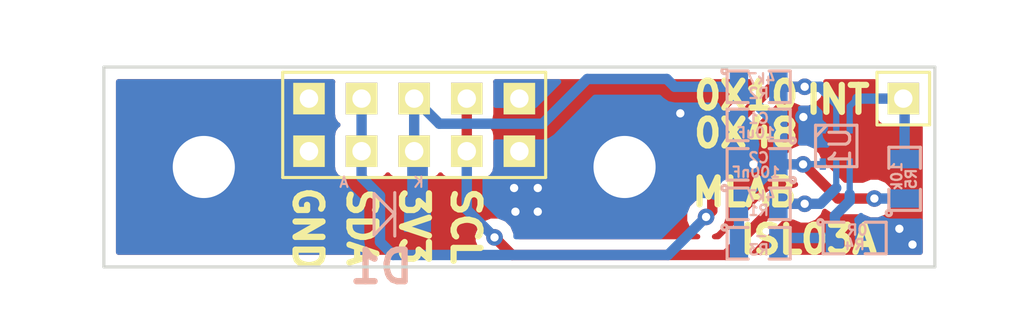
<source format=kicad_pcb>
(kicad_pcb (version 4) (host pcbnew 4.0.1-stable)

  (general
    (links 29)
    (no_connects 0)
    (area 0.178999 -9.981001 40.461001 -0.178999)
    (thickness 1.6)
    (drawings 13)
    (tracks 97)
    (zones 0)
    (modules 13)
    (nets 7)
  )

  (page A4)
  (layers
    (0 F.Cu signal)
    (31 B.Cu signal)
    (32 B.Adhes user)
    (33 F.Adhes user)
    (34 B.Paste user)
    (35 F.Paste user)
    (36 B.SilkS user)
    (37 F.SilkS user)
    (38 B.Mask user)
    (39 F.Mask user)
    (40 Dwgs.User user)
    (41 Cmts.User user)
    (42 Eco1.User user)
    (43 Eco2.User user)
    (44 Edge.Cuts user)
    (45 Margin user)
    (46 B.CrtYd user)
    (47 F.CrtYd user)
    (48 B.Fab user)
    (49 F.Fab user)
  )

  (setup
    (last_trace_width 0.5)
    (user_trace_width 0.2)
    (user_trace_width 0.3)
    (user_trace_width 0.4)
    (user_trace_width 0.5)
    (user_trace_width 1)
    (trace_clearance 0.2)
    (zone_clearance 0.508)
    (zone_45_only no)
    (trace_min 0.2)
    (segment_width 0.2)
    (edge_width 0.15)
    (via_size 0.8)
    (via_drill 0.4)
    (via_min_size 0.8)
    (via_min_drill 0.4)
    (uvia_size 0.3)
    (uvia_drill 0.1)
    (uvias_allowed no)
    (uvia_min_size 0.2)
    (uvia_min_drill 0.1)
    (pcb_text_width 0.3)
    (pcb_text_size 1.5 1.5)
    (mod_edge_width 0.15)
    (mod_text_size 1 1)
    (mod_text_width 0.15)
    (pad_size 6 6)
    (pad_drill 3)
    (pad_to_mask_clearance 0.2)
    (aux_axis_origin 0 0)
    (visible_elements 7FFFFF7F)
    (pcbplotparams
      (layerselection 0x00030_80000001)
      (usegerberextensions false)
      (excludeedgelayer true)
      (linewidth 0.500000)
      (plotframeref false)
      (viasonmask false)
      (mode 1)
      (useauxorigin false)
      (hpglpennumber 1)
      (hpglpenspeed 20)
      (hpglpendiameter 15)
      (hpglpenoverlay 2)
      (psnegative false)
      (psa4output false)
      (plotreference true)
      (plotvalue true)
      (plotinvisibletext false)
      (padsonsilk false)
      (subtractmaskfromsilk false)
      (outputformat 1)
      (mirror false)
      (drillshape 1)
      (scaleselection 1)
      (outputdirectory ""))
  )

  (net 0 "")
  (net 1 +3V3)
  (net 2 GND)
  (net 3 /SDA)
  (net 4 /SCL)
  (net 5 "Net-(R3-Pad2)")
  (net 6 /INT)

  (net_class Default "Toto je výchozí třída sítě."
    (clearance 0.2)
    (trace_width 0.25)
    (via_dia 0.8)
    (via_drill 0.4)
    (uvia_dia 0.3)
    (uvia_drill 0.1)
    (add_net +3V3)
    (add_net /INT)
    (add_net /SCL)
    (add_net /SDA)
    (add_net GND)
    (add_net "Net-(R3-Pad2)")
  )

  (module Mlab_R:SMD-0805 (layer B.Cu) (tedit 54799E0C) (tstamp 57349070)
    (at 31.877 -7.112 180)
    (path /573488E5)
    (attr smd)
    (fp_text reference C1 (at 0 0.3175 180) (layer B.SilkS)
      (effects (font (size 0.50038 0.50038) (thickness 0.10922)) (justify mirror))
    )
    (fp_text value 10uF (at 0.127 -0.381 180) (layer B.SilkS)
      (effects (font (size 0.50038 0.50038) (thickness 0.10922)) (justify mirror))
    )
    (fp_circle (center -1.651 -0.762) (end -1.651 -0.635) (layer B.SilkS) (width 0.15))
    (fp_line (start -0.508 -0.762) (end -1.524 -0.762) (layer B.SilkS) (width 0.15))
    (fp_line (start -1.524 -0.762) (end -1.524 0.762) (layer B.SilkS) (width 0.15))
    (fp_line (start -1.524 0.762) (end -0.508 0.762) (layer B.SilkS) (width 0.15))
    (fp_line (start 0.508 0.762) (end 1.524 0.762) (layer B.SilkS) (width 0.15))
    (fp_line (start 1.524 0.762) (end 1.524 -0.762) (layer B.SilkS) (width 0.15))
    (fp_line (start 1.524 -0.762) (end 0.508 -0.762) (layer B.SilkS) (width 0.15))
    (pad 1 smd rect (at -0.9525 0 180) (size 0.889 1.397) (layers B.Cu B.Paste B.Mask)
      (net 1 +3V3))
    (pad 2 smd rect (at 0.9525 0 180) (size 0.889 1.397) (layers B.Cu B.Paste B.Mask)
      (net 2 GND))
    (model MLAB_3D/Resistors/chip_cms.wrl
      (at (xyz 0 0 0))
      (scale (xyz 0.1 0.1 0.1))
      (rotate (xyz 0 0 0))
    )
  )

  (module Mlab_R:SMD-0805 (layer B.Cu) (tedit 54799E0C) (tstamp 5734907D)
    (at 31.877 -5.207 180)
    (path /57348896)
    (attr smd)
    (fp_text reference C2 (at 0 0.3175 180) (layer B.SilkS)
      (effects (font (size 0.50038 0.50038) (thickness 0.10922)) (justify mirror))
    )
    (fp_text value 100nF (at 0.127 -0.381 180) (layer B.SilkS)
      (effects (font (size 0.50038 0.50038) (thickness 0.10922)) (justify mirror))
    )
    (fp_circle (center -1.651 -0.762) (end -1.651 -0.635) (layer B.SilkS) (width 0.15))
    (fp_line (start -0.508 -0.762) (end -1.524 -0.762) (layer B.SilkS) (width 0.15))
    (fp_line (start -1.524 -0.762) (end -1.524 0.762) (layer B.SilkS) (width 0.15))
    (fp_line (start -1.524 0.762) (end -0.508 0.762) (layer B.SilkS) (width 0.15))
    (fp_line (start 0.508 0.762) (end 1.524 0.762) (layer B.SilkS) (width 0.15))
    (fp_line (start 1.524 0.762) (end 1.524 -0.762) (layer B.SilkS) (width 0.15))
    (fp_line (start 1.524 -0.762) (end 0.508 -0.762) (layer B.SilkS) (width 0.15))
    (pad 1 smd rect (at -0.9525 0 180) (size 0.889 1.397) (layers B.Cu B.Paste B.Mask)
      (net 1 +3V3))
    (pad 2 smd rect (at 0.9525 0 180) (size 0.889 1.397) (layers B.Cu B.Paste B.Mask)
      (net 2 GND))
    (model MLAB_3D/Resistors/chip_cms.wrl
      (at (xyz 0 0 0))
      (scale (xyz 0.1 0.1 0.1))
      (rotate (xyz 0 0 0))
    )
  )

  (module Mlab_Mechanical:MountingHole_3mm placed (layer F.Cu) (tedit 5535DB2C) (tstamp 57349090)
    (at 25.4 -5.08)
    (descr "Mounting hole, Befestigungsbohrung, 3mm, No Annular, Kein Restring,")
    (tags "Mounting hole, Befestigungsbohrung, 3mm, No Annular, Kein Restring,")
    (path /5734ABE4)
    (fp_text reference M1 (at 0 -4.191) (layer F.SilkS) hide
      (effects (font (thickness 0.3048)))
    )
    (fp_text value HOLE (at 0 4.191) (layer F.SilkS) hide
      (effects (font (thickness 0.3048)))
    )
    (fp_circle (center 0 0) (end 2.99974 0) (layer Cmts.User) (width 0.381))
    (pad 1 thru_hole circle (at 0 0) (size 6 6) (drill 3) (layers *.Cu *.Adhes *.Mask)
      (net 2 GND) (clearance 1) (zone_connect 2))
  )

  (module Mlab_Mechanical:MountingHole_3mm placed (layer F.Cu) (tedit 5535DB2C) (tstamp 57349096)
    (at 5.08 -5.08)
    (descr "Mounting hole, Befestigungsbohrung, 3mm, No Annular, Kein Restring,")
    (tags "Mounting hole, Befestigungsbohrung, 3mm, No Annular, Kein Restring,")
    (path /5734ACBB)
    (fp_text reference M2 (at 0 -4.191) (layer F.SilkS) hide
      (effects (font (thickness 0.3048)))
    )
    (fp_text value HOLE (at 0 4.191) (layer F.SilkS) hide
      (effects (font (thickness 0.3048)))
    )
    (fp_circle (center 0 0) (end 2.99974 0) (layer Cmts.User) (width 0.381))
    (pad 1 thru_hole circle (at 0 0) (size 6 6) (drill 3) (layers *.Cu *.Adhes *.Mask)
      (net 2 GND) (clearance 1) (zone_connect 2))
  )

  (module Mlab_R:SMD-0805 (layer B.Cu) (tedit 54799E0C) (tstamp 573490A3)
    (at 31.877 -3.302)
    (path /57348903)
    (attr smd)
    (fp_text reference R1 (at 0 0.3175) (layer B.SilkS)
      (effects (font (size 0.50038 0.50038) (thickness 0.10922)) (justify mirror))
    )
    (fp_text value 4k7 (at 0.127 -0.381) (layer B.SilkS)
      (effects (font (size 0.50038 0.50038) (thickness 0.10922)) (justify mirror))
    )
    (fp_circle (center -1.651 -0.762) (end -1.651 -0.635) (layer B.SilkS) (width 0.15))
    (fp_line (start -0.508 -0.762) (end -1.524 -0.762) (layer B.SilkS) (width 0.15))
    (fp_line (start -1.524 -0.762) (end -1.524 0.762) (layer B.SilkS) (width 0.15))
    (fp_line (start -1.524 0.762) (end -0.508 0.762) (layer B.SilkS) (width 0.15))
    (fp_line (start 0.508 0.762) (end 1.524 0.762) (layer B.SilkS) (width 0.15))
    (fp_line (start 1.524 0.762) (end 1.524 -0.762) (layer B.SilkS) (width 0.15))
    (fp_line (start 1.524 -0.762) (end 0.508 -0.762) (layer B.SilkS) (width 0.15))
    (pad 1 smd rect (at -0.9525 0) (size 0.889 1.397) (layers B.Cu B.Paste B.Mask)
      (net 1 +3V3))
    (pad 2 smd rect (at 0.9525 0) (size 0.889 1.397) (layers B.Cu B.Paste B.Mask)
      (net 4 /SCL))
    (model MLAB_3D/Resistors/chip_cms.wrl
      (at (xyz 0 0 0))
      (scale (xyz 0.1 0.1 0.1))
      (rotate (xyz 0 0 0))
    )
  )

  (module Mlab_R:SMD-0805 (layer B.Cu) (tedit 54799E0C) (tstamp 573490B0)
    (at 31.877 -8.9535)
    (path /573489C4)
    (attr smd)
    (fp_text reference R2 (at 0 0.3175) (layer B.SilkS)
      (effects (font (size 0.50038 0.50038) (thickness 0.10922)) (justify mirror))
    )
    (fp_text value 4k7 (at 0.127 -0.381) (layer B.SilkS)
      (effects (font (size 0.50038 0.50038) (thickness 0.10922)) (justify mirror))
    )
    (fp_circle (center -1.651 -0.762) (end -1.651 -0.635) (layer B.SilkS) (width 0.15))
    (fp_line (start -0.508 -0.762) (end -1.524 -0.762) (layer B.SilkS) (width 0.15))
    (fp_line (start -1.524 -0.762) (end -1.524 0.762) (layer B.SilkS) (width 0.15))
    (fp_line (start -1.524 0.762) (end -0.508 0.762) (layer B.SilkS) (width 0.15))
    (fp_line (start 0.508 0.762) (end 1.524 0.762) (layer B.SilkS) (width 0.15))
    (fp_line (start 1.524 0.762) (end 1.524 -0.762) (layer B.SilkS) (width 0.15))
    (fp_line (start 1.524 -0.762) (end 0.508 -0.762) (layer B.SilkS) (width 0.15))
    (pad 1 smd rect (at -0.9525 0) (size 0.889 1.397) (layers B.Cu B.Paste B.Mask)
      (net 1 +3V3))
    (pad 2 smd rect (at 0.9525 0) (size 0.889 1.397) (layers B.Cu B.Paste B.Mask)
      (net 3 /SDA))
    (model MLAB_3D/Resistors/chip_cms.wrl
      (at (xyz 0 0 0))
      (scale (xyz 0.1 0.1 0.1))
      (rotate (xyz 0 0 0))
    )
  )

  (module Mlab_R:SMD-0805 (layer B.Cu) (tedit 54799E0C) (tstamp 573490BD)
    (at 31.877 -1.397)
    (path /57349734)
    (attr smd)
    (fp_text reference R3 (at 0 0.3175) (layer B.SilkS)
      (effects (font (size 0.50038 0.50038) (thickness 0.10922)) (justify mirror))
    )
    (fp_text value - (at 0.127 -0.381) (layer B.SilkS)
      (effects (font (size 0.50038 0.50038) (thickness 0.10922)) (justify mirror))
    )
    (fp_circle (center -1.651 -0.762) (end -1.651 -0.635) (layer B.SilkS) (width 0.15))
    (fp_line (start -0.508 -0.762) (end -1.524 -0.762) (layer B.SilkS) (width 0.15))
    (fp_line (start -1.524 -0.762) (end -1.524 0.762) (layer B.SilkS) (width 0.15))
    (fp_line (start -1.524 0.762) (end -0.508 0.762) (layer B.SilkS) (width 0.15))
    (fp_line (start 0.508 0.762) (end 1.524 0.762) (layer B.SilkS) (width 0.15))
    (fp_line (start 1.524 0.762) (end 1.524 -0.762) (layer B.SilkS) (width 0.15))
    (fp_line (start 1.524 -0.762) (end 0.508 -0.762) (layer B.SilkS) (width 0.15))
    (pad 1 smd rect (at -0.9525 0) (size 0.889 1.397) (layers B.Cu B.Paste B.Mask)
      (net 1 +3V3))
    (pad 2 smd rect (at 0.9525 0) (size 0.889 1.397) (layers B.Cu B.Paste B.Mask)
      (net 5 "Net-(R3-Pad2)"))
    (model MLAB_3D/Resistors/chip_cms.wrl
      (at (xyz 0 0 0))
      (scale (xyz 0.1 0.1 0.1))
      (rotate (xyz 0 0 0))
    )
  )

  (module Mlab_R:SMD-0805 (layer B.Cu) (tedit 54799E0C) (tstamp 573490CA)
    (at 36.5125 -1.651)
    (path /5734985F)
    (attr smd)
    (fp_text reference R4 (at 0 0.3175) (layer B.SilkS)
      (effects (font (size 0.50038 0.50038) (thickness 0.10922)) (justify mirror))
    )
    (fp_text value 0R (at 0.127 -0.381) (layer B.SilkS)
      (effects (font (size 0.50038 0.50038) (thickness 0.10922)) (justify mirror))
    )
    (fp_circle (center -1.651 -0.762) (end -1.651 -0.635) (layer B.SilkS) (width 0.15))
    (fp_line (start -0.508 -0.762) (end -1.524 -0.762) (layer B.SilkS) (width 0.15))
    (fp_line (start -1.524 -0.762) (end -1.524 0.762) (layer B.SilkS) (width 0.15))
    (fp_line (start -1.524 0.762) (end -0.508 0.762) (layer B.SilkS) (width 0.15))
    (fp_line (start 0.508 0.762) (end 1.524 0.762) (layer B.SilkS) (width 0.15))
    (fp_line (start 1.524 0.762) (end 1.524 -0.762) (layer B.SilkS) (width 0.15))
    (fp_line (start 1.524 -0.762) (end 0.508 -0.762) (layer B.SilkS) (width 0.15))
    (pad 1 smd rect (at -0.9525 0) (size 0.889 1.397) (layers B.Cu B.Paste B.Mask)
      (net 5 "Net-(R3-Pad2)"))
    (pad 2 smd rect (at 0.9525 0) (size 0.889 1.397) (layers B.Cu B.Paste B.Mask)
      (net 2 GND))
    (model MLAB_3D/Resistors/chip_cms.wrl
      (at (xyz 0 0 0))
      (scale (xyz 0.1 0.1 0.1))
      (rotate (xyz 0 0 0))
    )
  )

  (module Mlab_R:SMD-0805 (layer B.Cu) (tedit 54799E0C) (tstamp 573490D7)
    (at 38.9255 -4.5085 90)
    (path /573489EB)
    (attr smd)
    (fp_text reference R5 (at 0 0.3175 90) (layer B.SilkS)
      (effects (font (size 0.50038 0.50038) (thickness 0.10922)) (justify mirror))
    )
    (fp_text value 10k (at 0.127 -0.381 90) (layer B.SilkS)
      (effects (font (size 0.50038 0.50038) (thickness 0.10922)) (justify mirror))
    )
    (fp_circle (center -1.651 -0.762) (end -1.651 -0.635) (layer B.SilkS) (width 0.15))
    (fp_line (start -0.508 -0.762) (end -1.524 -0.762) (layer B.SilkS) (width 0.15))
    (fp_line (start -1.524 -0.762) (end -1.524 0.762) (layer B.SilkS) (width 0.15))
    (fp_line (start -1.524 0.762) (end -0.508 0.762) (layer B.SilkS) (width 0.15))
    (fp_line (start 0.508 0.762) (end 1.524 0.762) (layer B.SilkS) (width 0.15))
    (fp_line (start 1.524 0.762) (end 1.524 -0.762) (layer B.SilkS) (width 0.15))
    (fp_line (start 1.524 -0.762) (end 0.508 -0.762) (layer B.SilkS) (width 0.15))
    (pad 1 smd rect (at -0.9525 0 90) (size 0.889 1.397) (layers B.Cu B.Paste B.Mask)
      (net 1 +3V3))
    (pad 2 smd rect (at 0.9525 0 90) (size 0.889 1.397) (layers B.Cu B.Paste B.Mask)
      (net 6 /INT))
    (model MLAB_3D/Resistors/chip_cms.wrl
      (at (xyz 0 0 0))
      (scale (xyz 0.1 0.1 0.1))
      (rotate (xyz 0 0 0))
    )
  )

  (module Mlab_Pin_Headers:Straight_2x05 (layer F.Cu) (tedit 573588E3) (tstamp 57349241)
    (at 15.24 -7.112 90)
    (descr "pin header straight 2x05")
    (tags "pin header straight 2x05")
    (path /573487C3)
    (fp_text reference J1 (at 0 -7.62 90) (layer F.SilkS) hide
      (effects (font (size 1.5 1.5) (thickness 0.15)))
    )
    (fp_text value JUMP_5X2 (at 0 7.62 90) (layer F.SilkS) hide
      (effects (font (size 1.5 1.5) (thickness 0.15)))
    )
    (fp_text user 1 (at -2.921 -5.08 90) (layer F.SilkS) hide
      (effects (font (size 0.5 0.5) (thickness 0.05)))
    )
    (fp_line (start -2.54 -6.35) (end 2.54 -6.35) (layer F.SilkS) (width 0.15))
    (fp_line (start 2.54 -6.35) (end 2.54 6.35) (layer F.SilkS) (width 0.15))
    (fp_line (start 2.54 6.35) (end -2.54 6.35) (layer F.SilkS) (width 0.15))
    (fp_line (start -2.54 6.35) (end -2.54 -6.35) (layer F.SilkS) (width 0.15))
    (pad 1 thru_hole rect (at -1.27 -5.08 90) (size 1.524 1.524) (drill 0.889) (layers *.Cu *.Mask F.SilkS)
      (net 2 GND))
    (pad 2 thru_hole rect (at 1.27 -5.08 90) (size 1.524 1.524) (drill 0.889) (layers *.Cu *.Mask F.SilkS)
      (net 2 GND))
    (pad 3 thru_hole rect (at -1.27 -2.54 90) (size 1.524 1.524) (drill 0.889) (layers *.Cu *.Mask F.SilkS)
      (net 3 /SDA))
    (pad 4 thru_hole rect (at 1.27 -2.54 90) (size 1.524 1.524) (drill 0.889) (layers *.Cu *.Mask F.SilkS)
      (net 3 /SDA))
    (pad 5 thru_hole rect (at -1.27 0 90) (size 1.524 1.524) (drill 0.889) (layers *.Cu *.Mask F.SilkS)
      (net 1 +3V3))
    (pad 6 thru_hole rect (at 1.27 0 90) (size 1.524 1.524) (drill 0.889) (layers *.Cu *.Mask F.SilkS)
      (net 1 +3V3))
    (pad 7 thru_hole rect (at -1.27 2.54 90) (size 1.524 1.524) (drill 0.889) (layers *.Cu *.Mask F.SilkS)
      (net 4 /SCL))
    (pad 8 thru_hole rect (at 1.27 2.54 90) (size 1.524 1.524) (drill 0.889) (layers *.Cu *.Mask F.SilkS)
      (net 4 /SCL))
    (pad 9 thru_hole rect (at -1.27 5.08 90) (size 1.524 1.524) (drill 0.889) (layers *.Cu *.Mask F.SilkS)
      (net 2 GND))
    (pad 10 thru_hole rect (at 1.27 5.08 90) (size 1.524 1.524) (drill 0.889) (layers *.Cu *.Mask F.SilkS)
      (net 2 GND))
    (model Pin_Headers/Pin_Header_Straight_2x05.wrl
      (at (xyz 0 0 0))
      (scale (xyz 1 1 1))
      (rotate (xyz 0 0 90))
    )
  )

  (module Mlab_D:Diode-MiniMELF_Standard (layer B.Cu) (tedit 547999ED) (tstamp 5734929B)
    (at 13.6525 -2.794)
    (descr "Diode Mini-MELF Standard")
    (tags "Diode Mini-MELF Standard")
    (path /5734C5AD)
    (attr smd)
    (fp_text reference D1 (at 0 2.54) (layer B.SilkS)
      (effects (font (thickness 0.3048)) (justify mirror))
    )
    (fp_text value BZV55C-3,6V (at 0 -3.81) (layer B.SilkS) hide
      (effects (font (thickness 0.3048)) (justify mirror))
    )
    (fp_line (start 0.65024 -0.0508) (end -0.35052 1.00076) (layer B.SilkS) (width 0.15))
    (fp_line (start -0.35052 1.00076) (end -0.35052 -1.00076) (layer B.SilkS) (width 0.15))
    (fp_line (start -0.35052 -1.00076) (end 0.65024 0) (layer B.SilkS) (width 0.15))
    (fp_line (start 0.65024 1.04902) (end 0.65024 -1.04902) (layer B.SilkS) (width 0.15))
    (fp_text user A (at -1.80086 -1.5494) (layer B.SilkS)
      (effects (font (size 0.50038 0.50038) (thickness 0.09906)) (justify mirror))
    )
    (fp_text user K (at 1.80086 -1.5494) (layer B.SilkS)
      (effects (font (size 0.50038 0.50038) (thickness 0.09906)) (justify mirror))
    )
    (fp_circle (center 0 0) (end 0 -0.55118) (layer B.Adhes) (width 0.381))
    (fp_circle (center 0 0) (end 0 -0.20066) (layer B.Adhes) (width 0.381))
    (pad 1 smd rect (at -1.75006 0) (size 1.30048 1.69926) (layers B.Cu B.Paste B.Mask)
      (net 2 GND))
    (pad 2 smd rect (at 1.75006 0) (size 1.30048 1.69926) (layers B.Cu B.Paste B.Mask)
      (net 1 +3V3))
    (model MLAB_3D/Diodes/MiniMELF_DO213AA.wrl
      (at (xyz 0 0 0))
      (scale (xyz 0.3937 0.3937 0.3937))
      (rotate (xyz 0 0 0))
    )
  )

  (module Mlab_Pin_Headers:Straight_1x01 (layer F.Cu) (tedit 56EBDE01) (tstamp 573492A5)
    (at 38.862 -8.382)
    (descr "pin header straight 1x01")
    (tags "pin header straight 1x01")
    (path /5734BE61)
    (fp_text reference J2 (at 0 -2.54) (layer F.SilkS) hide
      (effects (font (size 1.5 1.5) (thickness 0.15)))
    )
    (fp_text value CONN1_1 (at 0 2.54) (layer F.SilkS) hide
      (effects (font (size 1.5 1.5) (thickness 0.15)))
    )
    (fp_text user 1 (at -1.651 0) (layer F.SilkS) hide
      (effects (font (size 0.5 0.5) (thickness 0.05)))
    )
    (fp_line (start -1.27 -1.27) (end 1.27 -1.27) (layer F.SilkS) (width 0.15))
    (fp_line (start 1.27 -1.27) (end 1.27 1.27) (layer F.SilkS) (width 0.15))
    (fp_line (start 1.27 1.27) (end -1.27 1.27) (layer F.SilkS) (width 0.15))
    (fp_line (start -1.27 1.27) (end -1.27 -1.27) (layer F.SilkS) (width 0.15))
    (pad 1 thru_hole rect (at 0 0) (size 1.524 1.524) (drill 0.889) (layers *.Cu *.Mask F.SilkS)
      (net 6 /INT))
    (model Pin_Headers/Pin_Header_Straight_1x01.wrl
      (at (xyz 0 0 0))
      (scale (xyz 1 1 1))
      (rotate (xyz 0 0 90))
    )
  )

  (module Mlab_IO:VEML6030 (layer B.Cu) (tedit 573588C1) (tstamp 573492B4)
    (at 35.6235 -6.096 90)
    (path /57348D17)
    (fp_text reference U1 (at -0.1016 0.1905 90) (layer B.SilkS)
      (effects (font (size 1 1) (thickness 0.15)) (justify mirror))
    )
    (fp_text value VEML6030 (at 0.0889 -2.7305 90) (layer B.Fab) hide
      (effects (font (size 1 1) (thickness 0.15)) (justify mirror))
    )
    (fp_line (start 0.9779 -0.4826) (end 0.4826 -0.9525) (layer B.SilkS) (width 0.15))
    (fp_line (start -1 1) (end 1 1) (layer B.SilkS) (width 0.15))
    (fp_line (start 1 1) (end 1 -1) (layer B.SilkS) (width 0.15))
    (fp_line (start 1 -1) (end -1 -1) (layer B.SilkS) (width 0.15))
    (fp_line (start -1 -1) (end -1 1) (layer B.SilkS) (width 0.15))
    (pad 1 smd trapezoid (at 0.875 -0.65 90) (size 0.55 0.3) (layers B.Cu B.Paste B.Mask)
      (net 2 GND))
    (pad 2 smd trapezoid (at 0.875 0 90) (size 0.55 0.3) (layers B.Cu B.Paste B.Mask)
      (net 3 /SDA))
    (pad 3 smd trapezoid (at 0.875 0.65 90) (size 0.55 0.3) (layers B.Cu B.Paste B.Mask)
      (net 6 /INT))
    (pad 4 smd trapezoid (at -0.875 0.65 90) (size 0.55 0.3) (layers B.Cu B.Paste B.Mask)
      (net 5 "Net-(R3-Pad2)"))
    (pad 5 smd trapezoid (at -0.875 0 90) (size 0.55 0.3) (layers B.Cu B.Paste B.Mask)
      (net 4 /SCL))
    (pad 6 smd trapezoid (at -0.875 -0.65 90) (size 0.55 0.3) (layers B.Cu B.Paste B.Mask)
      (net 1 +3V3))
  )

  (gr_text 0X10 (at 28.6004 -8.5344) (layer F.SilkS)
    (effects (font (size 1.3 1.3) (thickness 0.3)) (justify left))
  )
  (gr_text 0X48 (at 28.6004 -6.7056) (layer F.SilkS)
    (effects (font (size 1.3 1.3) (thickness 0.3)) (justify left))
  )
  (gr_text INT (at 37.3888 -8.3312) (layer F.SilkS)
    (effects (font (size 1.3 1.3) (thickness 0.3)) (justify right))
  )
  (gr_text MLAB (at 31.1912 -3.8608) (layer F.SilkS)
    (effects (font (size 1.3 1.3) (thickness 0.3)))
  )
  (gr_text ISL03A (at 34.29 -1.5748) (layer F.SilkS)
    (effects (font (size 1.3 1.3) (thickness 0.3)))
  )
  (gr_text GND (at 10.0965 -4.2545 270) (layer F.SilkS)
    (effects (font (size 1.3 1.3) (thickness 0.3)) (justify left))
  )
  (gr_text SDA (at 12.7 -4.191 270) (layer F.SilkS)
    (effects (font (size 1.3 1.3) (thickness 0.3)) (justify left))
  )
  (gr_text SCL (at 17.7292 -4.2164 270) (layer F.SilkS)
    (effects (font (size 1.3 1.3) (thickness 0.3)) (justify left))
  )
  (gr_text 3V3 (at 15.24 -4.191 270) (layer F.SilkS)
    (effects (font (size 1.3 1.3) (thickness 0.3)) (justify left))
  )
  (gr_line (start 0.254 -0.254) (end 0.254 -9.906) (angle 90) (layer Edge.Cuts) (width 0.15))
  (gr_line (start 40.386 -0.254) (end 40.386 -9.906) (angle 90) (layer Edge.Cuts) (width 0.15))
  (gr_line (start 0.254 -0.254) (end 40.386 -0.254) (angle 90) (layer Edge.Cuts) (width 0.15))
  (gr_line (start 0.254 -9.906) (end 40.386 -9.906) (angle 90) (layer Edge.Cuts) (width 0.15))

  (segment (start 32.8295 -5.207) (end 34.022 -5.207) (width 0.5) (layer B.Cu) (net 1))
  (via (at 34.022 -5.207) (size 0.8) (drill 0.4) (layers F.Cu B.Cu) (net 1))
  (segment (start 38.9255 -3.556) (end 37.465 -3.556) (width 0.5) (layer B.Cu) (net 1))
  (via (at 37.465 -3.556) (size 0.8) (drill 0.4) (layers F.Cu B.Cu) (net 1))
  (segment (start 34.022 -5.207) (end 34.036 -5.221) (width 0.5) (layer B.Cu) (net 1))
  (segment (start 34.9735 -5.221) (end 34.036 -5.221) (width 0.3) (layer B.Cu) (net 1))
  (segment (start 37.465 -3.556) (end 35.701 -3.556) (width 0.5) (layer F.Cu) (net 1))
  (segment (start 35.701 -3.556) (end 34.036 -5.221) (width 0.5) (layer F.Cu) (net 1))
  (segment (start 15.40256 -2.794) (end 15.40256 -5.67944) (width 1) (layer B.Cu) (net 1))
  (segment (start 15.40256 -5.67944) (end 15.24 -5.842) (width 1) (layer B.Cu) (net 1))
  (segment (start 15.24 -5.842) (end 15.24 -8.382) (width 0.5) (layer B.Cu) (net 1))
  (segment (start 30.9245 -8.9535) (end 27.816502 -8.9535) (width 0.5) (layer B.Cu) (net 1))
  (segment (start 27.440001 -9.330001) (end 23.602003 -9.330001) (width 0.5) (layer B.Cu) (net 1))
  (segment (start 27.816502 -8.9535) (end 27.440001 -9.330001) (width 0.5) (layer B.Cu) (net 1))
  (segment (start 23.602003 -9.330001) (end 21.442001 -7.169999) (width 0.5) (layer B.Cu) (net 1))
  (segment (start 21.442001 -7.169999) (end 16.452001 -7.169999) (width 0.5) (layer B.Cu) (net 1))
  (segment (start 16.452001 -7.169999) (end 15.24 -8.382) (width 0.5) (layer B.Cu) (net 1))
  (segment (start 32.8295 -7.112) (end 32.766 -7.112) (width 0.5) (layer B.Cu) (net 1))
  (segment (start 32.766 -7.112) (end 30.9245 -8.9535) (width 0.5) (layer B.Cu) (net 1))
  (segment (start 30.9245 -3.302) (end 32.8295 -5.207) (width 0.4) (layer B.Cu) (net 1))
  (segment (start 30.9245 -1.397) (end 30.9245 -3.302) (width 0.5) (layer B.Cu) (net 1))
  (segment (start 32.8295 -5.207) (end 32.8295 -7.112) (width 0.5) (layer B.Cu) (net 1))
  (segment (start 32.907 -5.2845) (end 32.8295 -5.207) (width 0.3) (layer B.Cu) (net 1))
  (segment (start 25.4 -5.08) (end 25.5016 -5.08) (width 0.5) (layer F.Cu) (net 2))
  (segment (start 25.5016 -5.08) (end 28.0924 -7.6708) (width 0.5) (layer F.Cu) (net 2))
  (via (at 28.0924 -7.6708) (size 0.8) (drill 0.4) (layers F.Cu B.Cu) (net 2))
  (segment (start 34.9735 -6.971) (end 34.558 -6.971) (width 0.5) (layer B.Cu) (net 2))
  (segment (start 34.558 -6.971) (end 34.036 -7.493) (width 0.5) (layer B.Cu) (net 2))
  (via (at 34.036 -7.493) (size 0.8) (drill 0.4) (layers F.Cu B.Cu) (net 2))
  (segment (start 31.623 -5.207) (end 31.623 -6.2865) (width 0.5) (layer F.Cu) (net 2))
  (segment (start 30.9245 -5.207) (end 31.623 -5.207) (width 0.5) (layer B.Cu) (net 2))
  (via (at 31.623 -5.207) (size 0.8) (drill 0.4) (layers F.Cu B.Cu) (net 2))
  (segment (start 30.9245 -7.112) (end 29.464 -7.112) (width 0.5) (layer B.Cu) (net 2))
  (segment (start 29.464 -7.112) (end 28.829 -7.747) (width 0.5) (layer B.Cu) (net 2))
  (segment (start 21.209 -2.921) (end 20.1295 -2.921) (width 0.5) (layer F.Cu) (net 2))
  (via (at 20.1295 -2.921) (size 0.8) (drill 0.4) (layers F.Cu B.Cu) (net 2))
  (segment (start 21.209 -4.064) (end 21.209 -2.921) (width 0.5) (layer B.Cu) (net 2))
  (via (at 21.209 -2.921) (size 0.8) (drill 0.4) (layers F.Cu B.Cu) (net 2))
  (segment (start 20.066 -4.064) (end 21.209 -4.064) (width 0.5) (layer F.Cu) (net 2))
  (via (at 21.209 -4.064) (size 0.8) (drill 0.4) (layers F.Cu B.Cu) (net 2))
  (segment (start 20.32 -5.842) (end 20.32 -4.318) (width 0.5) (layer B.Cu) (net 2))
  (segment (start 20.32 -4.318) (end 20.066 -4.064) (width 0.5) (layer B.Cu) (net 2))
  (via (at 20.066 -4.064) (size 0.8) (drill 0.4) (layers F.Cu B.Cu) (net 2))
  (segment (start 38.6715 -2.0955) (end 38.6715 -1.9685) (width 0.5) (layer F.Cu) (net 2))
  (segment (start 38.6715 -1.9685) (end 39.3065 -1.3335) (width 0.5) (layer F.Cu) (net 2))
  (via (at 39.3065 -1.3335) (size 0.8) (drill 0.4) (layers F.Cu B.Cu) (net 2))
  (segment (start 37.465 -1.651) (end 38.227 -1.651) (width 0.5) (layer B.Cu) (net 2))
  (segment (start 38.227 -1.651) (end 38.6715 -2.0955) (width 0.5) (layer B.Cu) (net 2))
  (via (at 38.6715 -2.0955) (size 0.8) (drill 0.4) (layers F.Cu B.Cu) (net 2))
  (segment (start 34.9735 -6.971) (end 34.9735 -7) (width 0.5) (layer B.Cu) (net 2))
  (segment (start 20.32 -5.842) (end 20.32 -3.937) (width 0.5) (layer B.Cu) (net 2))
  (segment (start 34.9735 -7) (end 34.3535 -7.62) (width 0.5) (layer B.Cu) (net 2))
  (segment (start 28.8925 -2.2225) (end 29.337 -2.667) (width 0.5) (layer B.Cu) (net 3))
  (via (at 29.337 -2.667) (size 0.8) (drill 0.4) (layers F.Cu B.Cu) (net 3))
  (segment (start 12.7 -5.842) (end 12.7 -4.58) (width 0.5) (layer B.Cu) (net 3))
  (segment (start 13.589 -1.4605) (end 14.219501 -0.829999) (width 0.5) (layer B.Cu) (net 3))
  (segment (start 12.7 -4.58) (end 13.589 -3.691) (width 0.5) (layer B.Cu) (net 3))
  (segment (start 13.589 -3.691) (end 13.589 -1.4605) (width 0.5) (layer B.Cu) (net 3))
  (segment (start 14.219501 -0.829999) (end 27.499999 -0.829999) (width 0.5) (layer B.Cu) (net 3))
  (segment (start 27.499999 -0.829999) (end 28.8925 -2.2225) (width 0.5) (layer B.Cu) (net 3))
  (via (at 34.0995 -8.9535) (size 0.8) (drill 0.4) (layers F.Cu B.Cu) (net 3))
  (segment (start 12.7 -5.842) (end 12.7 -8.382) (width 0.5) (layer B.Cu) (net 3))
  (segment (start 34.8615 -8.9535) (end 34.0995 -8.9535) (width 0.5) (layer B.Cu) (net 3))
  (segment (start 34.0995 -8.9535) (end 32.8295 -8.9535) (width 0.5) (layer B.Cu) (net 3))
  (segment (start 29.636999 -6.078499) (end 32.512 -8.9535) (width 0.5) (layer F.Cu) (net 3))
  (segment (start 32.512 -8.9535) (end 34.0995 -8.9535) (width 0.5) (layer F.Cu) (net 3))
  (segment (start 29.337 -2.667) (end 29.636999 -2.966999) (width 0.5) (layer F.Cu) (net 3))
  (segment (start 29.636999 -2.966999) (end 29.636999 -6.078499) (width 0.5) (layer F.Cu) (net 3))
  (segment (start 35.6235 -8.1915) (end 34.8615 -8.9535) (width 0.5) (layer B.Cu) (net 3))
  (segment (start 35.6235 -6.971) (end 35.6235 -8.1915) (width 0.3) (layer B.Cu) (net 3))
  (segment (start 34.0995 -3.302) (end 32.766 -3.302) (width 0.5) (layer F.Cu) (net 4))
  (segment (start 32.766 -3.302) (end 30.293999 -0.829999) (width 0.5) (layer F.Cu) (net 4))
  (segment (start 30.293999 -0.829999) (end 19.970395 -0.829999) (width 0.5) (layer F.Cu) (net 4))
  (segment (start 19.970395 -0.829999) (end 19.120385 -1.680009) (width 0.5) (layer F.Cu) (net 4))
  (segment (start 17.78 -5.842) (end 17.78 -3.020394) (width 0.5) (layer B.Cu) (net 4))
  (segment (start 17.78 -3.020394) (end 19.120385 -1.680009) (width 0.5) (layer B.Cu) (net 4))
  (via (at 19.120385 -1.680009) (size 0.8) (drill 0.4) (layers F.Cu B.Cu) (net 4))
  (via (at 34.0995 -3.302) (size 0.8) (drill 0.4) (layers F.Cu B.Cu) (net 4))
  (segment (start 34.8615 -3.302) (end 34.0995 -3.302) (width 0.5) (layer B.Cu) (net 4))
  (segment (start 35.6235 -5.221) (end 35.6235 -4.846) (width 0.3) (layer B.Cu) (net 4))
  (segment (start 35.6235 -4.846) (end 35.6235 -4.064) (width 0.3) (layer B.Cu) (net 4))
  (segment (start 35.6235 -4.064) (end 34.8615 -3.302) (width 0.5) (layer B.Cu) (net 4))
  (segment (start 17.78 -5.842) (end 17.78 -8.382) (width 0.5) (layer F.Cu) (net 4))
  (segment (start 34.0995 -3.302) (end 32.8295 -3.302) (width 0.5) (layer B.Cu) (net 4))
  (segment (start 35.56 -1.651) (end 33.0835 -1.651) (width 0.5) (layer B.Cu) (net 5))
  (segment (start 33.0835 -1.651) (end 32.8295 -1.397) (width 0.5) (layer B.Cu) (net 5))
  (segment (start 33.147 -1.7145) (end 32.8295 -1.397) (width 0.5) (layer B.Cu) (net 5))
  (segment (start 35.56 -2.7305) (end 35.56 -1.651) (width 0.5) (layer B.Cu) (net 5))
  (segment (start 36.2735 -3.7615) (end 36.2735 -3.444) (width 0.5) (layer B.Cu) (net 5))
  (segment (start 36.2735 -3.444) (end 35.56 -2.7305) (width 0.5) (layer B.Cu) (net 5))
  (segment (start 36.2735 -5.221) (end 36.2735 -3.7615) (width 0.3) (layer B.Cu) (net 5))
  (segment (start 38.9255 -5.461) (end 38.9255 -8.3185) (width 0.5) (layer B.Cu) (net 6))
  (segment (start 38.9255 -8.3185) (end 38.862 -8.382) (width 0.5) (layer B.Cu) (net 6))
  (segment (start 36.6395 -8.382) (end 38.862 -8.382) (width 0.5) (layer B.Cu) (net 6))
  (segment (start 36.2735 -8.016) (end 36.6395 -8.382) (width 0.3) (layer B.Cu) (net 6))
  (segment (start 36.2735 -7.5715) (end 36.2735 -8.016) (width 0.3) (layer B.Cu) (net 6))
  (segment (start 36.2735 -6.971) (end 36.2735 -7.5715) (width 0.3) (layer B.Cu) (net 6))

  (zone (net 2) (net_name GND) (layer F.Cu) (tstamp 0) (hatch edge 0.508)
    (connect_pads yes (clearance 0.508))
    (min_thickness 0.254)
    (fill yes (arc_segments 16) (thermal_gap 0.508) (thermal_bridge_width 0.508))
    (polygon
      (pts
        (xy 40.3225 -10.7315) (xy -1.778 -10.922) (xy -1.651 1.016) (xy 41.5925 0.889)
      )
    )
    (filled_polygon
      (pts
        (xy 11.29056 -9.144) (xy 11.29056 -7.62) (xy 11.334838 -7.384683) (xy 11.47391 -7.168559) (xy 11.55577 -7.112626)
        (xy 11.486559 -7.06809) (xy 11.341569 -6.85589) (xy 11.29056 -6.604) (xy 11.29056 -5.08) (xy 11.334838 -4.844683)
        (xy 11.47391 -4.628559) (xy 11.68611 -4.483569) (xy 11.938 -4.43256) (xy 13.462 -4.43256) (xy 13.697317 -4.476838)
        (xy 13.913441 -4.61591) (xy 13.969374 -4.69777) (xy 14.01391 -4.628559) (xy 14.22611 -4.483569) (xy 14.478 -4.43256)
        (xy 16.002 -4.43256) (xy 16.237317 -4.476838) (xy 16.453441 -4.61591) (xy 16.509374 -4.69777) (xy 16.55391 -4.628559)
        (xy 16.76611 -4.483569) (xy 17.018 -4.43256) (xy 18.542 -4.43256) (xy 18.777317 -4.476838) (xy 18.993441 -4.61591)
        (xy 19.138431 -4.82811) (xy 19.18944 -5.08) (xy 19.18944 -6.604) (xy 19.145162 -6.839317) (xy 19.00609 -7.055441)
        (xy 18.92423 -7.111374) (xy 18.993441 -7.15591) (xy 19.138431 -7.36811) (xy 19.18944 -7.62) (xy 19.18944 -9.144)
        (xy 19.179656 -9.196) (xy 31.502921 -9.196) (xy 29.011209 -6.704289) (xy 28.819366 -6.417174) (xy 28.819366 -6.417173)
        (xy 28.751998 -6.078499) (xy 28.751999 -6.078494) (xy 28.751999 -3.545154) (xy 28.751485 -3.544942) (xy 28.460081 -3.254046)
        (xy 28.30218 -2.873777) (xy 28.301821 -2.462029) (xy 28.459058 -2.081485) (xy 28.749954 -1.790081) (xy 28.930772 -1.714999)
        (xy 20.336974 -1.714999) (xy 20.147516 -1.904457) (xy 19.998327 -2.265524) (xy 19.707431 -2.556928) (xy 19.327162 -2.714829)
        (xy 18.915414 -2.715188) (xy 18.53487 -2.557951) (xy 18.243466 -2.267055) (xy 18.085565 -1.886786) (xy 18.085206 -1.475038)
        (xy 18.242443 -1.094494) (xy 18.37271 -0.964) (xy 0.964 -0.964) (xy 0.964 -9.196) (xy 11.30109 -9.196)
      )
    )
    (filled_polygon
      (pts
        (xy 37.45256 -9.144) (xy 37.45256 -7.62) (xy 37.496838 -7.384683) (xy 37.63591 -7.168559) (xy 37.84811 -7.023569)
        (xy 38.1 -6.97256) (xy 39.624 -6.97256) (xy 39.676 -6.982344) (xy 39.676 -0.964) (xy 31.67958 -0.964)
        (xy 33.132579 -2.417) (xy 33.531915 -2.417) (xy 33.892723 -2.26718) (xy 34.304471 -2.266821) (xy 34.685015 -2.424058)
        (xy 34.976419 -2.714954) (xy 35.068562 -2.936859) (xy 35.075208 -2.930213) (xy 35.07521 -2.93021) (xy 35.267054 -2.802025)
        (xy 35.362326 -2.738366) (xy 35.701 -2.670999) (xy 35.701005 -2.671) (xy 36.897415 -2.671) (xy 37.258223 -2.52118)
        (xy 37.669971 -2.520821) (xy 38.050515 -2.678058) (xy 38.341919 -2.968954) (xy 38.49982 -3.349223) (xy 38.500179 -3.760971)
        (xy 38.342942 -4.141515) (xy 38.052046 -4.432919) (xy 37.671777 -4.59082) (xy 37.260029 -4.591179) (xy 36.896567 -4.441)
        (xy 36.067579 -4.441) (xy 35.029415 -5.479164) (xy 34.899942 -5.792515) (xy 34.609046 -6.083919) (xy 34.228777 -6.24182)
        (xy 33.817029 -6.242179) (xy 33.436485 -6.084942) (xy 33.145081 -5.794046) (xy 32.98718 -5.413777) (xy 32.986821 -5.002029)
        (xy 33.144058 -4.621485) (xy 33.434954 -4.330081) (xy 33.655606 -4.238458) (xy 33.531067 -4.187) (xy 32.766 -4.187)
        (xy 32.427325 -4.119633) (xy 32.14021 -3.92779) (xy 32.140208 -3.927787) (xy 29.927419 -1.714999) (xy 29.743278 -1.714999)
        (xy 29.922515 -1.789058) (xy 30.213919 -2.079954) (xy 30.37182 -2.460223) (xy 30.371859 -2.504444) (xy 30.454632 -2.628324)
        (xy 30.471864 -2.714954) (xy 30.522 -2.966999) (xy 30.521999 -2.967004) (xy 30.521999 -5.711919) (xy 32.878579 -8.0685)
        (xy 33.531915 -8.0685) (xy 33.892723 -7.91868) (xy 34.304471 -7.918321) (xy 34.685015 -8.075558) (xy 34.976419 -8.366454)
        (xy 35.13432 -8.746723) (xy 35.134679 -9.158471) (xy 35.119172 -9.196) (xy 37.46309 -9.196)
      )
    )
  )
  (zone (net 2) (net_name GND) (layer B.Cu) (tstamp 0) (hatch edge 0.508)
    (connect_pads yes (clearance 0.508))
    (min_thickness 0.254)
    (fill yes (arc_segments 16) (thermal_gap 0.508) (thermal_bridge_width 0.508))
    (polygon
      (pts
        (xy -4.7625 -13.1445) (xy 44.704 -12.954) (xy 43.6245 2.9845) (xy -3.683 2.286)
      )
    )
    (filled_polygon
      (pts
        (xy 11.29056 -9.144) (xy 11.29056 -7.62) (xy 11.334838 -7.384683) (xy 11.47391 -7.168559) (xy 11.55577 -7.112626)
        (xy 11.486559 -7.06809) (xy 11.341569 -6.85589) (xy 11.29056 -6.604) (xy 11.29056 -5.08) (xy 11.334838 -4.844683)
        (xy 11.47391 -4.628559) (xy 11.68611 -4.483569) (xy 11.840396 -4.452325) (xy 11.856049 -4.373633) (xy 11.882367 -4.241325)
        (xy 11.996983 -4.069789) (xy 12.07421 -3.95421) (xy 12.704 -3.324421) (xy 12.704 -1.460505) (xy 12.703999 -1.4605)
        (xy 12.733474 -1.312325) (xy 12.771367 -1.121825) (xy 12.81654 -1.054219) (xy 12.876822 -0.964) (xy 0.964 -0.964)
        (xy 0.964 -9.196) (xy 11.30109 -9.196)
      )
    )
    (filled_polygon
      (pts
        (xy 36.877954 -2.679081) (xy 37.258223 -2.52118) (xy 37.669971 -2.520821) (xy 37.854875 -2.597222) (xy 37.97511 -2.515069)
        (xy 38.227 -2.46406) (xy 39.624 -2.46406) (xy 39.676 -2.473844) (xy 39.676 -0.964) (xy 36.65194 -0.964)
        (xy 36.65194 -2.3495) (xy 36.616884 -2.535805) (xy 36.819108 -2.738029)
      )
    )
    (filled_polygon
      (pts
        (xy 27.19071 -8.327713) (xy 27.190712 -8.32771) (xy 27.477827 -8.135867) (xy 27.524521 -8.126579) (xy 27.816502 -8.068499)
        (xy 27.816507 -8.0685) (xy 29.867652 -8.0685) (xy 29.876838 -8.019683) (xy 30.01591 -7.803559) (xy 30.22811 -7.658569)
        (xy 30.48 -7.60756) (xy 31.01886 -7.60756) (xy 31.73756 -6.888861) (xy 31.73756 -6.4135) (xy 31.781838 -6.178183)
        (xy 31.791993 -6.162401) (xy 31.788569 -6.15739) (xy 31.73756 -5.9055) (xy 31.73756 -5.295928) (xy 31.089572 -4.64794)
        (xy 30.48 -4.64794) (xy 30.244683 -4.603662) (xy 30.028559 -4.46459) (xy 29.883569 -4.25239) (xy 29.83256 -4.0005)
        (xy 29.83256 -3.581907) (xy 29.543777 -3.70182) (xy 29.132029 -3.702179) (xy 28.751485 -3.544942) (xy 28.460081 -3.254046)
        (xy 28.309269 -2.890849) (xy 28.26671 -2.84829) (xy 28.266708 -2.848287) (xy 27.133419 -1.714999) (xy 20.155416 -1.714999)
        (xy 20.155564 -1.88498) (xy 19.998327 -2.265524) (xy 19.707431 -2.556928) (xy 19.344233 -2.707741) (xy 18.665 -3.386974)
        (xy 18.665 -4.455704) (xy 18.777317 -4.476838) (xy 18.993441 -4.61591) (xy 19.138431 -4.82811) (xy 19.18944 -5.08)
        (xy 19.18944 -6.284999) (xy 21.441996 -6.284999) (xy 21.442001 -6.284998) (xy 21.724485 -6.341189) (xy 21.780676 -6.352366)
        (xy 22.067791 -6.544209) (xy 22.067792 -6.54421) (xy 23.968582 -8.445001) (xy 27.073422 -8.445001)
      )
    )
    (filled_polygon
      (pts
        (xy 34.8385 -7.724921) (xy 34.8385 -7.307431) (xy 34.82606 -7.246) (xy 34.82606 -6.696) (xy 34.870338 -6.460683)
        (xy 35.00941 -6.244559) (xy 35.171683 -6.133683) (xy 35.1235 -6.14344) (xy 34.8235 -6.14344) (xy 34.588183 -6.099162)
        (xy 34.581968 -6.095163) (xy 34.228777 -6.24182) (xy 33.886734 -6.242118) (xy 33.92144 -6.4135) (xy 33.92144 -7.8105)
        (xy 33.901086 -7.918673) (xy 34.304471 -7.918321) (xy 34.545506 -8.017914)
      )
    )
    (filled_polygon
      (pts
        (xy 21.075421 -8.054999) (xy 19.18944 -8.054999) (xy 19.18944 -9.144) (xy 19.179656 -9.196) (xy 22.216423 -9.196)
      )
    )
  )
)

</source>
